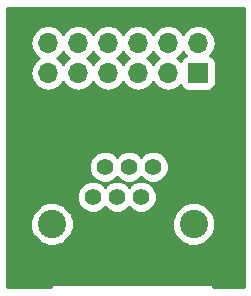
<source format=gtl>
%TF.GenerationSoftware,KiCad,Pcbnew,4.0.7*%
%TF.CreationDate,2017-10-02T13:41:12+08:00*%
%TF.ProjectId,RJ12(PCB-maker),524A3132285043422D6D616B6572292E,rev?*%
%TF.FileFunction,Copper,L1,Top,Signal*%
%FSLAX46Y46*%
G04 Gerber Fmt 4.6, Leading zero omitted, Abs format (unit mm)*
G04 Created by KiCad (PCBNEW 4.0.7) date 10/02/17 13:41:12*
%MOMM*%
%LPD*%
G01*
G04 APERTURE LIST*
%ADD10C,0.100000*%
%ADD11C,2.400000*%
%ADD12C,1.400000*%
%ADD13R,1.700000X1.700000*%
%ADD14O,1.700000X1.700000*%
%ADD15C,0.900000*%
%ADD16C,0.254000*%
G04 APERTURE END LIST*
D10*
D11*
X-6207400Y-20659120D03*
X-18207400Y-20659120D03*
D12*
X-9657400Y-15819120D03*
X-11697400Y-15819120D03*
X-13737400Y-15819120D03*
X-10677400Y-18359120D03*
X-12717400Y-18359120D03*
X-14757400Y-18359120D03*
D13*
X-5842000Y-7874000D03*
D14*
X-5842000Y-5334000D03*
X-8382000Y-7874000D03*
X-8382000Y-5334000D03*
X-10922000Y-7874000D03*
X-10922000Y-5334000D03*
X-13462000Y-7874000D03*
X-13462000Y-5334000D03*
X-16002000Y-7874000D03*
X-16002000Y-5334000D03*
X-18542000Y-7874000D03*
X-18542000Y-5334000D03*
D15*
X-13737400Y-15819120D02*
X-13759180Y-15819120D01*
X-9657400Y-15819120D02*
X-9639300Y-15819120D01*
D16*
G36*
X-1980000Y-26035000D02*
X-4533095Y-26035000D01*
X-4533095Y-25718000D01*
X-18326905Y-25718000D01*
X-18326905Y-26035000D01*
X-21971000Y-26035000D01*
X-21971000Y-20346854D01*
X-20052107Y-20346854D01*
X-20042423Y-20684620D01*
X-20042718Y-21022523D01*
X-20031991Y-21048484D01*
X-20031186Y-21076563D01*
X-19792188Y-21653555D01*
X-19779788Y-21658864D01*
X-19763945Y-21697206D01*
X-19248201Y-22213850D01*
X-19207461Y-22230767D01*
X-19201835Y-22243908D01*
X-18886065Y-22364222D01*
X-18574005Y-22493801D01*
X-18545915Y-22493826D01*
X-18519666Y-22503827D01*
X-18181900Y-22494143D01*
X-17843997Y-22494438D01*
X-17818036Y-22483711D01*
X-17789957Y-22482906D01*
X-17212965Y-22243908D01*
X-17207656Y-22231508D01*
X-17169314Y-22215665D01*
X-16652670Y-21699921D01*
X-16635753Y-21659181D01*
X-16622612Y-21653555D01*
X-16502298Y-21337785D01*
X-16372719Y-21025725D01*
X-16372694Y-20997635D01*
X-16362693Y-20971386D01*
X-16372377Y-20633620D01*
X-16372127Y-20346854D01*
X-8052107Y-20346854D01*
X-8042423Y-20684620D01*
X-8042718Y-21022523D01*
X-8031991Y-21048484D01*
X-8031186Y-21076563D01*
X-7792188Y-21653555D01*
X-7779788Y-21658864D01*
X-7763945Y-21697206D01*
X-7248201Y-22213850D01*
X-7207461Y-22230767D01*
X-7201835Y-22243908D01*
X-6886065Y-22364222D01*
X-6574005Y-22493801D01*
X-6545915Y-22493826D01*
X-6519666Y-22503827D01*
X-6181900Y-22494143D01*
X-5843997Y-22494438D01*
X-5818036Y-22483711D01*
X-5789957Y-22482906D01*
X-5212965Y-22243908D01*
X-5207656Y-22231508D01*
X-5169314Y-22215665D01*
X-4652670Y-21699921D01*
X-4635753Y-21659181D01*
X-4622612Y-21653555D01*
X-4502298Y-21337785D01*
X-4372719Y-21025725D01*
X-4372694Y-20997635D01*
X-4362693Y-20971386D01*
X-4372377Y-20633620D01*
X-4372082Y-20295717D01*
X-4382809Y-20269756D01*
X-4383614Y-20241677D01*
X-4622612Y-19664685D01*
X-4635012Y-19659376D01*
X-4650855Y-19621034D01*
X-5166599Y-19104390D01*
X-5207339Y-19087473D01*
X-5212965Y-19074332D01*
X-5528735Y-18954018D01*
X-5840795Y-18824439D01*
X-5868885Y-18824414D01*
X-5895134Y-18814413D01*
X-6232900Y-18824097D01*
X-6570803Y-18823802D01*
X-6596764Y-18834529D01*
X-6624843Y-18835334D01*
X-7201835Y-19074332D01*
X-7207144Y-19086732D01*
X-7245486Y-19102575D01*
X-7762130Y-19618319D01*
X-7779047Y-19659059D01*
X-7792188Y-19664685D01*
X-7912502Y-19980455D01*
X-8042081Y-20292515D01*
X-8042106Y-20320605D01*
X-8052107Y-20346854D01*
X-16372127Y-20346854D01*
X-16372082Y-20295717D01*
X-16382809Y-20269756D01*
X-16383614Y-20241677D01*
X-16622612Y-19664685D01*
X-16635012Y-19659376D01*
X-16650855Y-19621034D01*
X-17166599Y-19104390D01*
X-17207339Y-19087473D01*
X-17212965Y-19074332D01*
X-17528735Y-18954018D01*
X-17840795Y-18824439D01*
X-17868885Y-18824414D01*
X-17895134Y-18814413D01*
X-18232900Y-18824097D01*
X-18570803Y-18823802D01*
X-18596764Y-18834529D01*
X-18624843Y-18835334D01*
X-19201835Y-19074332D01*
X-19207144Y-19086732D01*
X-19245486Y-19102575D01*
X-19762130Y-19618319D01*
X-19779047Y-19659059D01*
X-19792188Y-19664685D01*
X-19912502Y-19980455D01*
X-20042081Y-20292515D01*
X-20042106Y-20320605D01*
X-20052107Y-20346854D01*
X-21971000Y-20346854D01*
X-21971000Y-18623503D01*
X-16092631Y-18623503D01*
X-15889818Y-19114349D01*
X-15514604Y-19490218D01*
X-15024113Y-19693888D01*
X-14493017Y-19694351D01*
X-14002171Y-19491538D01*
X-13737267Y-19227096D01*
X-13474604Y-19490218D01*
X-12984113Y-19693888D01*
X-12453017Y-19694351D01*
X-11962171Y-19491538D01*
X-11697267Y-19227096D01*
X-11434604Y-19490218D01*
X-10944113Y-19693888D01*
X-10413017Y-19694351D01*
X-9922171Y-19491538D01*
X-9546302Y-19116324D01*
X-9342632Y-18625833D01*
X-9342169Y-18094737D01*
X-9544982Y-17603891D01*
X-9920196Y-17228022D01*
X-10410687Y-17024352D01*
X-10941783Y-17023889D01*
X-11432629Y-17226702D01*
X-11697533Y-17491144D01*
X-11960196Y-17228022D01*
X-12450687Y-17024352D01*
X-12981783Y-17023889D01*
X-13472629Y-17226702D01*
X-13737533Y-17491144D01*
X-14000196Y-17228022D01*
X-14490687Y-17024352D01*
X-15021783Y-17023889D01*
X-15512629Y-17226702D01*
X-15888498Y-17601916D01*
X-16092168Y-18092407D01*
X-16092631Y-18623503D01*
X-21971000Y-18623503D01*
X-21971000Y-16083503D01*
X-15072631Y-16083503D01*
X-14869818Y-16574349D01*
X-14494604Y-16950218D01*
X-14004113Y-17153888D01*
X-13473017Y-17154351D01*
X-12982171Y-16951538D01*
X-12717267Y-16687096D01*
X-12454604Y-16950218D01*
X-11964113Y-17153888D01*
X-11433017Y-17154351D01*
X-10942171Y-16951538D01*
X-10677267Y-16687096D01*
X-10414604Y-16950218D01*
X-9924113Y-17153888D01*
X-9393017Y-17154351D01*
X-8902171Y-16951538D01*
X-8526302Y-16576324D01*
X-8322632Y-16085833D01*
X-8322169Y-15554737D01*
X-8524982Y-15063891D01*
X-8900196Y-14688022D01*
X-9390687Y-14484352D01*
X-9921783Y-14483889D01*
X-10412629Y-14686702D01*
X-10677533Y-14951144D01*
X-10940196Y-14688022D01*
X-11430687Y-14484352D01*
X-11961783Y-14483889D01*
X-12452629Y-14686702D01*
X-12717533Y-14951144D01*
X-12980196Y-14688022D01*
X-13470687Y-14484352D01*
X-14001783Y-14483889D01*
X-14492629Y-14686702D01*
X-14868498Y-15061916D01*
X-15072168Y-15552407D01*
X-15072631Y-16083503D01*
X-21971000Y-16083503D01*
X-21971000Y-5304907D01*
X-20027000Y-5304907D01*
X-20027000Y-5363093D01*
X-19913961Y-5931378D01*
X-19592054Y-6413147D01*
X-19306422Y-6604000D01*
X-19592054Y-6794853D01*
X-19913961Y-7276622D01*
X-20027000Y-7844907D01*
X-20027000Y-7903093D01*
X-19913961Y-8471378D01*
X-19592054Y-8953147D01*
X-19110285Y-9275054D01*
X-18542000Y-9388093D01*
X-17973715Y-9275054D01*
X-17491946Y-8953147D01*
X-17272000Y-8623974D01*
X-17052054Y-8953147D01*
X-16570285Y-9275054D01*
X-16002000Y-9388093D01*
X-15433715Y-9275054D01*
X-14951946Y-8953147D01*
X-14732000Y-8623974D01*
X-14512054Y-8953147D01*
X-14030285Y-9275054D01*
X-13462000Y-9388093D01*
X-12893715Y-9275054D01*
X-12411946Y-8953147D01*
X-12192000Y-8623974D01*
X-11972054Y-8953147D01*
X-11490285Y-9275054D01*
X-10922000Y-9388093D01*
X-10353715Y-9275054D01*
X-9871946Y-8953147D01*
X-9652000Y-8623974D01*
X-9432054Y-8953147D01*
X-8950285Y-9275054D01*
X-8382000Y-9388093D01*
X-7813715Y-9275054D01*
X-7331946Y-8953147D01*
X-7304150Y-8911548D01*
X-7295162Y-8959317D01*
X-7156090Y-9175441D01*
X-6943890Y-9320431D01*
X-6692000Y-9371440D01*
X-4992000Y-9371440D01*
X-4756683Y-9327162D01*
X-4540559Y-9188090D01*
X-4395569Y-8975890D01*
X-4344560Y-8724000D01*
X-4344560Y-7024000D01*
X-4388838Y-6788683D01*
X-4527910Y-6572559D01*
X-4740110Y-6427569D01*
X-4796454Y-6416159D01*
X-4791946Y-6413147D01*
X-4470039Y-5931378D01*
X-4357000Y-5363093D01*
X-4357000Y-5304907D01*
X-4470039Y-4736622D01*
X-4791946Y-4254853D01*
X-5273715Y-3932946D01*
X-5842000Y-3819907D01*
X-6410285Y-3932946D01*
X-6892054Y-4254853D01*
X-7112000Y-4584026D01*
X-7331946Y-4254853D01*
X-7813715Y-3932946D01*
X-8382000Y-3819907D01*
X-8950285Y-3932946D01*
X-9432054Y-4254853D01*
X-9652000Y-4584026D01*
X-9871946Y-4254853D01*
X-10353715Y-3932946D01*
X-10922000Y-3819907D01*
X-11490285Y-3932946D01*
X-11972054Y-4254853D01*
X-12192000Y-4584026D01*
X-12411946Y-4254853D01*
X-12893715Y-3932946D01*
X-13462000Y-3819907D01*
X-14030285Y-3932946D01*
X-14512054Y-4254853D01*
X-14732000Y-4584026D01*
X-14951946Y-4254853D01*
X-15433715Y-3932946D01*
X-16002000Y-3819907D01*
X-16570285Y-3932946D01*
X-17052054Y-4254853D01*
X-17272000Y-4584026D01*
X-17491946Y-4254853D01*
X-17973715Y-3932946D01*
X-18542000Y-3819907D01*
X-19110285Y-3932946D01*
X-19592054Y-4254853D01*
X-19913961Y-4736622D01*
X-20027000Y-5304907D01*
X-21971000Y-5304907D01*
X-21971000Y-2413000D01*
X-1980000Y-2413000D01*
X-1980000Y-26035000D01*
X-1980000Y-26035000D01*
G37*
X-1980000Y-26035000D02*
X-4533095Y-26035000D01*
X-4533095Y-25718000D01*
X-18326905Y-25718000D01*
X-18326905Y-26035000D01*
X-21971000Y-26035000D01*
X-21971000Y-20346854D01*
X-20052107Y-20346854D01*
X-20042423Y-20684620D01*
X-20042718Y-21022523D01*
X-20031991Y-21048484D01*
X-20031186Y-21076563D01*
X-19792188Y-21653555D01*
X-19779788Y-21658864D01*
X-19763945Y-21697206D01*
X-19248201Y-22213850D01*
X-19207461Y-22230767D01*
X-19201835Y-22243908D01*
X-18886065Y-22364222D01*
X-18574005Y-22493801D01*
X-18545915Y-22493826D01*
X-18519666Y-22503827D01*
X-18181900Y-22494143D01*
X-17843997Y-22494438D01*
X-17818036Y-22483711D01*
X-17789957Y-22482906D01*
X-17212965Y-22243908D01*
X-17207656Y-22231508D01*
X-17169314Y-22215665D01*
X-16652670Y-21699921D01*
X-16635753Y-21659181D01*
X-16622612Y-21653555D01*
X-16502298Y-21337785D01*
X-16372719Y-21025725D01*
X-16372694Y-20997635D01*
X-16362693Y-20971386D01*
X-16372377Y-20633620D01*
X-16372127Y-20346854D01*
X-8052107Y-20346854D01*
X-8042423Y-20684620D01*
X-8042718Y-21022523D01*
X-8031991Y-21048484D01*
X-8031186Y-21076563D01*
X-7792188Y-21653555D01*
X-7779788Y-21658864D01*
X-7763945Y-21697206D01*
X-7248201Y-22213850D01*
X-7207461Y-22230767D01*
X-7201835Y-22243908D01*
X-6886065Y-22364222D01*
X-6574005Y-22493801D01*
X-6545915Y-22493826D01*
X-6519666Y-22503827D01*
X-6181900Y-22494143D01*
X-5843997Y-22494438D01*
X-5818036Y-22483711D01*
X-5789957Y-22482906D01*
X-5212965Y-22243908D01*
X-5207656Y-22231508D01*
X-5169314Y-22215665D01*
X-4652670Y-21699921D01*
X-4635753Y-21659181D01*
X-4622612Y-21653555D01*
X-4502298Y-21337785D01*
X-4372719Y-21025725D01*
X-4372694Y-20997635D01*
X-4362693Y-20971386D01*
X-4372377Y-20633620D01*
X-4372082Y-20295717D01*
X-4382809Y-20269756D01*
X-4383614Y-20241677D01*
X-4622612Y-19664685D01*
X-4635012Y-19659376D01*
X-4650855Y-19621034D01*
X-5166599Y-19104390D01*
X-5207339Y-19087473D01*
X-5212965Y-19074332D01*
X-5528735Y-18954018D01*
X-5840795Y-18824439D01*
X-5868885Y-18824414D01*
X-5895134Y-18814413D01*
X-6232900Y-18824097D01*
X-6570803Y-18823802D01*
X-6596764Y-18834529D01*
X-6624843Y-18835334D01*
X-7201835Y-19074332D01*
X-7207144Y-19086732D01*
X-7245486Y-19102575D01*
X-7762130Y-19618319D01*
X-7779047Y-19659059D01*
X-7792188Y-19664685D01*
X-7912502Y-19980455D01*
X-8042081Y-20292515D01*
X-8042106Y-20320605D01*
X-8052107Y-20346854D01*
X-16372127Y-20346854D01*
X-16372082Y-20295717D01*
X-16382809Y-20269756D01*
X-16383614Y-20241677D01*
X-16622612Y-19664685D01*
X-16635012Y-19659376D01*
X-16650855Y-19621034D01*
X-17166599Y-19104390D01*
X-17207339Y-19087473D01*
X-17212965Y-19074332D01*
X-17528735Y-18954018D01*
X-17840795Y-18824439D01*
X-17868885Y-18824414D01*
X-17895134Y-18814413D01*
X-18232900Y-18824097D01*
X-18570803Y-18823802D01*
X-18596764Y-18834529D01*
X-18624843Y-18835334D01*
X-19201835Y-19074332D01*
X-19207144Y-19086732D01*
X-19245486Y-19102575D01*
X-19762130Y-19618319D01*
X-19779047Y-19659059D01*
X-19792188Y-19664685D01*
X-19912502Y-19980455D01*
X-20042081Y-20292515D01*
X-20042106Y-20320605D01*
X-20052107Y-20346854D01*
X-21971000Y-20346854D01*
X-21971000Y-18623503D01*
X-16092631Y-18623503D01*
X-15889818Y-19114349D01*
X-15514604Y-19490218D01*
X-15024113Y-19693888D01*
X-14493017Y-19694351D01*
X-14002171Y-19491538D01*
X-13737267Y-19227096D01*
X-13474604Y-19490218D01*
X-12984113Y-19693888D01*
X-12453017Y-19694351D01*
X-11962171Y-19491538D01*
X-11697267Y-19227096D01*
X-11434604Y-19490218D01*
X-10944113Y-19693888D01*
X-10413017Y-19694351D01*
X-9922171Y-19491538D01*
X-9546302Y-19116324D01*
X-9342632Y-18625833D01*
X-9342169Y-18094737D01*
X-9544982Y-17603891D01*
X-9920196Y-17228022D01*
X-10410687Y-17024352D01*
X-10941783Y-17023889D01*
X-11432629Y-17226702D01*
X-11697533Y-17491144D01*
X-11960196Y-17228022D01*
X-12450687Y-17024352D01*
X-12981783Y-17023889D01*
X-13472629Y-17226702D01*
X-13737533Y-17491144D01*
X-14000196Y-17228022D01*
X-14490687Y-17024352D01*
X-15021783Y-17023889D01*
X-15512629Y-17226702D01*
X-15888498Y-17601916D01*
X-16092168Y-18092407D01*
X-16092631Y-18623503D01*
X-21971000Y-18623503D01*
X-21971000Y-16083503D01*
X-15072631Y-16083503D01*
X-14869818Y-16574349D01*
X-14494604Y-16950218D01*
X-14004113Y-17153888D01*
X-13473017Y-17154351D01*
X-12982171Y-16951538D01*
X-12717267Y-16687096D01*
X-12454604Y-16950218D01*
X-11964113Y-17153888D01*
X-11433017Y-17154351D01*
X-10942171Y-16951538D01*
X-10677267Y-16687096D01*
X-10414604Y-16950218D01*
X-9924113Y-17153888D01*
X-9393017Y-17154351D01*
X-8902171Y-16951538D01*
X-8526302Y-16576324D01*
X-8322632Y-16085833D01*
X-8322169Y-15554737D01*
X-8524982Y-15063891D01*
X-8900196Y-14688022D01*
X-9390687Y-14484352D01*
X-9921783Y-14483889D01*
X-10412629Y-14686702D01*
X-10677533Y-14951144D01*
X-10940196Y-14688022D01*
X-11430687Y-14484352D01*
X-11961783Y-14483889D01*
X-12452629Y-14686702D01*
X-12717533Y-14951144D01*
X-12980196Y-14688022D01*
X-13470687Y-14484352D01*
X-14001783Y-14483889D01*
X-14492629Y-14686702D01*
X-14868498Y-15061916D01*
X-15072168Y-15552407D01*
X-15072631Y-16083503D01*
X-21971000Y-16083503D01*
X-21971000Y-5304907D01*
X-20027000Y-5304907D01*
X-20027000Y-5363093D01*
X-19913961Y-5931378D01*
X-19592054Y-6413147D01*
X-19306422Y-6604000D01*
X-19592054Y-6794853D01*
X-19913961Y-7276622D01*
X-20027000Y-7844907D01*
X-20027000Y-7903093D01*
X-19913961Y-8471378D01*
X-19592054Y-8953147D01*
X-19110285Y-9275054D01*
X-18542000Y-9388093D01*
X-17973715Y-9275054D01*
X-17491946Y-8953147D01*
X-17272000Y-8623974D01*
X-17052054Y-8953147D01*
X-16570285Y-9275054D01*
X-16002000Y-9388093D01*
X-15433715Y-9275054D01*
X-14951946Y-8953147D01*
X-14732000Y-8623974D01*
X-14512054Y-8953147D01*
X-14030285Y-9275054D01*
X-13462000Y-9388093D01*
X-12893715Y-9275054D01*
X-12411946Y-8953147D01*
X-12192000Y-8623974D01*
X-11972054Y-8953147D01*
X-11490285Y-9275054D01*
X-10922000Y-9388093D01*
X-10353715Y-9275054D01*
X-9871946Y-8953147D01*
X-9652000Y-8623974D01*
X-9432054Y-8953147D01*
X-8950285Y-9275054D01*
X-8382000Y-9388093D01*
X-7813715Y-9275054D01*
X-7331946Y-8953147D01*
X-7304150Y-8911548D01*
X-7295162Y-8959317D01*
X-7156090Y-9175441D01*
X-6943890Y-9320431D01*
X-6692000Y-9371440D01*
X-4992000Y-9371440D01*
X-4756683Y-9327162D01*
X-4540559Y-9188090D01*
X-4395569Y-8975890D01*
X-4344560Y-8724000D01*
X-4344560Y-7024000D01*
X-4388838Y-6788683D01*
X-4527910Y-6572559D01*
X-4740110Y-6427569D01*
X-4796454Y-6416159D01*
X-4791946Y-6413147D01*
X-4470039Y-5931378D01*
X-4357000Y-5363093D01*
X-4357000Y-5304907D01*
X-4470039Y-4736622D01*
X-4791946Y-4254853D01*
X-5273715Y-3932946D01*
X-5842000Y-3819907D01*
X-6410285Y-3932946D01*
X-6892054Y-4254853D01*
X-7112000Y-4584026D01*
X-7331946Y-4254853D01*
X-7813715Y-3932946D01*
X-8382000Y-3819907D01*
X-8950285Y-3932946D01*
X-9432054Y-4254853D01*
X-9652000Y-4584026D01*
X-9871946Y-4254853D01*
X-10353715Y-3932946D01*
X-10922000Y-3819907D01*
X-11490285Y-3932946D01*
X-11972054Y-4254853D01*
X-12192000Y-4584026D01*
X-12411946Y-4254853D01*
X-12893715Y-3932946D01*
X-13462000Y-3819907D01*
X-14030285Y-3932946D01*
X-14512054Y-4254853D01*
X-14732000Y-4584026D01*
X-14951946Y-4254853D01*
X-15433715Y-3932946D01*
X-16002000Y-3819907D01*
X-16570285Y-3932946D01*
X-17052054Y-4254853D01*
X-17272000Y-4584026D01*
X-17491946Y-4254853D01*
X-17973715Y-3932946D01*
X-18542000Y-3819907D01*
X-19110285Y-3932946D01*
X-19592054Y-4254853D01*
X-19913961Y-4736622D01*
X-20027000Y-5304907D01*
X-21971000Y-5304907D01*
X-21971000Y-2413000D01*
X-1980000Y-2413000D01*
X-1980000Y-26035000D01*
G36*
X-9432054Y-6413147D02*
X-9146422Y-6604000D01*
X-9432054Y-6794853D01*
X-9652000Y-7124026D01*
X-9871946Y-6794853D01*
X-10157578Y-6604000D01*
X-9871946Y-6413147D01*
X-9652000Y-6083974D01*
X-9432054Y-6413147D01*
X-9432054Y-6413147D01*
G37*
X-9432054Y-6413147D02*
X-9146422Y-6604000D01*
X-9432054Y-6794853D01*
X-9652000Y-7124026D01*
X-9871946Y-6794853D01*
X-10157578Y-6604000D01*
X-9871946Y-6413147D01*
X-9652000Y-6083974D01*
X-9432054Y-6413147D01*
G36*
X-11972054Y-6413147D02*
X-11686422Y-6604000D01*
X-11972054Y-6794853D01*
X-12192000Y-7124026D01*
X-12411946Y-6794853D01*
X-12697578Y-6604000D01*
X-12411946Y-6413147D01*
X-12192000Y-6083974D01*
X-11972054Y-6413147D01*
X-11972054Y-6413147D01*
G37*
X-11972054Y-6413147D02*
X-11686422Y-6604000D01*
X-11972054Y-6794853D01*
X-12192000Y-7124026D01*
X-12411946Y-6794853D01*
X-12697578Y-6604000D01*
X-12411946Y-6413147D01*
X-12192000Y-6083974D01*
X-11972054Y-6413147D01*
G36*
X-14512054Y-6413147D02*
X-14226422Y-6604000D01*
X-14512054Y-6794853D01*
X-14732000Y-7124026D01*
X-14951946Y-6794853D01*
X-15237578Y-6604000D01*
X-14951946Y-6413147D01*
X-14732000Y-6083974D01*
X-14512054Y-6413147D01*
X-14512054Y-6413147D01*
G37*
X-14512054Y-6413147D02*
X-14226422Y-6604000D01*
X-14512054Y-6794853D01*
X-14732000Y-7124026D01*
X-14951946Y-6794853D01*
X-15237578Y-6604000D01*
X-14951946Y-6413147D01*
X-14732000Y-6083974D01*
X-14512054Y-6413147D01*
G36*
X-17052054Y-6413147D02*
X-16766422Y-6604000D01*
X-17052054Y-6794853D01*
X-17272000Y-7124026D01*
X-17491946Y-6794853D01*
X-17777578Y-6604000D01*
X-17491946Y-6413147D01*
X-17272000Y-6083974D01*
X-17052054Y-6413147D01*
X-17052054Y-6413147D01*
G37*
X-17052054Y-6413147D02*
X-16766422Y-6604000D01*
X-17052054Y-6794853D01*
X-17272000Y-7124026D01*
X-17491946Y-6794853D01*
X-17777578Y-6604000D01*
X-17491946Y-6413147D01*
X-17272000Y-6083974D01*
X-17052054Y-6413147D01*
G36*
X-6892054Y-6413147D02*
X-6890821Y-6413971D01*
X-6927317Y-6420838D01*
X-7143441Y-6559910D01*
X-7288431Y-6772110D01*
X-7302086Y-6839541D01*
X-7331946Y-6794853D01*
X-7617578Y-6604000D01*
X-7331946Y-6413147D01*
X-7112000Y-6083974D01*
X-6892054Y-6413147D01*
X-6892054Y-6413147D01*
G37*
X-6892054Y-6413147D02*
X-6890821Y-6413971D01*
X-6927317Y-6420838D01*
X-7143441Y-6559910D01*
X-7288431Y-6772110D01*
X-7302086Y-6839541D01*
X-7331946Y-6794853D01*
X-7617578Y-6604000D01*
X-7331946Y-6413147D01*
X-7112000Y-6083974D01*
X-6892054Y-6413147D01*
M02*

</source>
